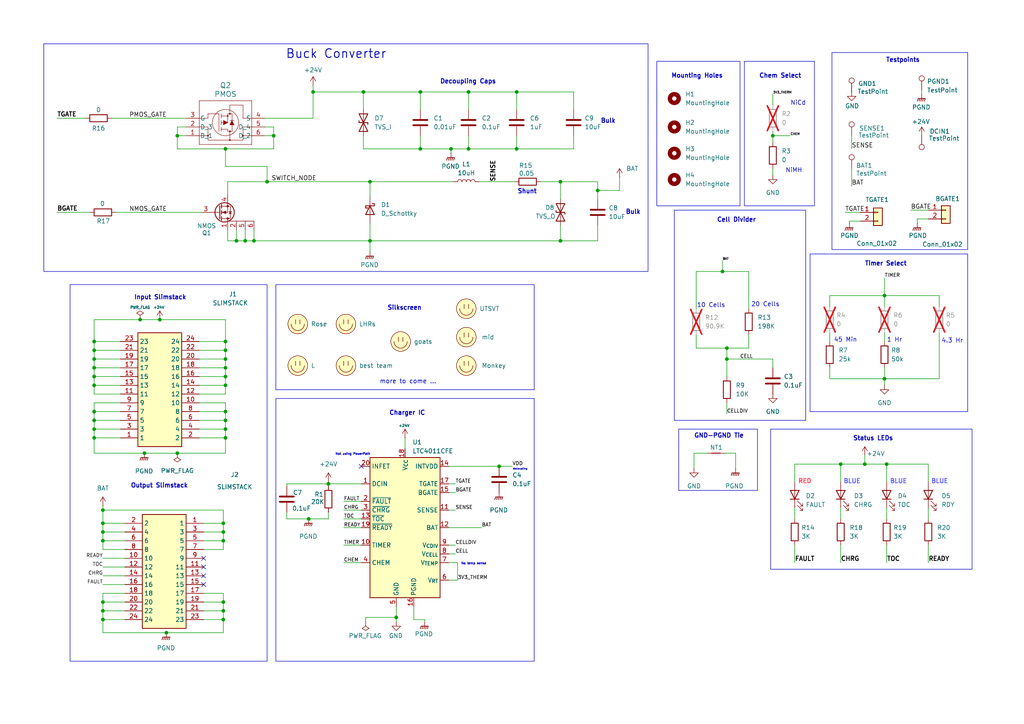
<source format=kicad_sch>
(kicad_sch (version 20250114) (generator "eeschema") (generator_version "9.0")
  (paper "A4")
  (rectangle (start 80.01 115.57) (end 154.94 191.77))
  (rectangle (start 215.9 17.78) (end 236.22 59.69))
  (rectangle (start 223.52 124.46) (end 281.94 165.1))
  (rectangle (start 195.58 60.96) (end 233.68 121.92))
  (rectangle (start 12.7 12.7) (end 187.96 78.74))
  (rectangle (start 20.32 82.55) (end 77.47 191.77))
  (rectangle (start 241.3 15.24) (end 280.67 72.39))
  (rectangle (start 190.5 17.78) (end 214.63 59.69))
  (rectangle (start 234.95 73.66) (end 280.67 119.38))
  (rectangle (start 196.85 124.46) (end 219.71 142.24))
  (rectangle (start 80.01 82.55) (end 154.94 113.03))
  (text "10 Cells" (at 206.248 88.646 0) (effects (font (size 1.27 1.27))))
  (text "Shunt\n" (at 152.908 55.626 0) (effects (font (size 1.27 1.27) (thickness 0.254) (bold yes))))
  (text "4.3 Hr" (at 276.225 98.933 0) (effects (font (size 1.27 1.27))))
  (text "decoupling" (at 150.876 136.144 0) (effects (font (size 0.508 0.508))))
  (text "BLUE" (at 247.142 139.7 0) (effects (font (size 1.27 1.27) (thickness 0.254) (bold yes))))
  (text "RED" (at 233.426 139.7 0) (effects (font (size 1.27 1.27) (thickness 0.254) (bold yes))))
  (text "Status LEDs" (at 253.238 127.254 0) (effects (font (size 1.27 1.27) (thickness 0.254) (bold yes))))
  (text "Not using PowerPath\n" (at 102.362 131.826 0) (effects (font (size 0.635 0.635))))
  (text "Silkscreen" (at 117.348 89.408 0) (effects (font (size 1.27 1.27) (thickness 0.254) (bold yes))))
  (text "BLUE" (at 272.542 139.7 0) (effects (font (size 1.27 1.27) (thickness 0.254) (bold yes))))
  (text "Testpoints" (at 261.874 17.526 0) (effects (font (size 1.27 1.27) (thickness 0.254) (bold yes))))
  (text "GND-PGND Tie" (at 208.534 126.492 0) (effects (font (size 1.27 1.27) (thickness 0.254) (bold yes))))
  (text "Mounting Holes\n" (at 202.184 22.098 0) (effects (font (size 1.27 1.27) (thickness 0.254) (bold yes))))
  (text "BLUE" (at 260.604 139.7 0) (effects (font (size 1.27 1.27) (thickness 0.254) (bold yes))))
  (text "Decoupling Caps" (at 135.763 23.749 0) (effects (font (size 1.27 1.27) (thickness 0.254) (bold yes))))
  (text "45 Min" (at 245.237 98.679 0) (effects (font (size 1.27 1.27))))
  (text "Timer Select\n" (at 256.921 76.581 0) (effects (font (size 1.27 1.27) (thickness 0.254) (bold yes))))
  (text "Output Slimstack" (at 46.228 140.97 0) (effects (font (size 1.27 1.27) (thickness 0.254) (bold yes))))
  (text "more to come ..." (at 118.364 110.744 0) (effects (font (size 1.27 1.27) (thickness 0.1588))))
  (text "20 Cells" (at 221.996 88.392 0) (effects (font (size 1.27 1.27))))
  (text "Charger IC" (at 118.11 119.888 0) (effects (font (size 1.27 1.27) (thickness 0.254) (bold yes))))
  (text "No temp sense" (at 137.414 163.576 0) (effects (font (size 0.635 0.635))))
  (text "Bulk" (at 176.403 35.179 0) (effects (font (size 1.27 1.27) (thickness 0.254) (bold yes))))
  (text "Cell Divider" (at 213.614 63.881 0) (effects (font (size 1.27 1.27) (thickness 0.254) (bold yes))))
  (text "NiMH" (at 230.251 49.53 0) (effects (font (size 1.27 1.27))))
  (text "Buck Converter	" (at 102.997 15.748 0) (effects (font (size 2.54 2.54) (thickness 0.254) (bold yes))))
  (text "NiCd" (at 231.521 29.972 0) (effects (font (size 1.27 1.27))))
  (text "Input Slimstack\n" (at 46.482 86.36 0) (effects (font (size 1.27 1.27) (thickness 0.254) (bold yes))))
  (text "Bulk" (at 183.642 61.595 0) (effects (font (size 1.27 1.27) (thickness 0.254) (bold yes))))
  (text "1 Hr\n" (at 259.461 98.679 0) (effects (font (size 1.27 1.27))))
  (text "Chem Select\n" (at 226.314 22.098 0) (effects (font (size 1.27 1.27) (thickness 0.254) (bold yes))))
  (junction (at 65.405 99.06))
  (junction (at 48.26 183.515))
  (junction (at 65.405 101.6))
  (junction (at 65.405 43.18))
  (junction (at 107.315 52.705))
  (junction (at 27.305 109.22))
  (junction (at 130.81 43.18))
  (junction (at 73.66 69.85))
  (junction (at 162.56 52.705))
  (junction (at 64.77 177.165))
  (junction (at 90.805 26.67))
  (junction (at 79.375 39.37))
  (junction (at 105.41 26.67))
  (junction (at 65.405 109.22))
  (junction (at 64.77 154.305))
  (junction (at 51.435 39.37))
  (junction (at 29.845 179.705))
  (junction (at 27.305 124.46))
  (junction (at 27.305 119.38))
  (junction (at 107.315 69.85))
  (junction (at 40.64 92.71))
  (junction (at 27.305 99.06))
  (junction (at 65.405 119.38))
  (junction (at 121.92 26.67))
  (junction (at 121.92 43.18))
  (junction (at 68.58 69.85))
  (junction (at 27.305 104.14))
  (junction (at 27.305 127))
  (junction (at 149.86 26.67))
  (junction (at 65.405 111.76))
  (junction (at 51.435 131.445))
  (junction (at 149.86 43.18))
  (junction (at 71.12 69.85))
  (junction (at 144.78 135.255))
  (junction (at 65.405 104.14))
  (junction (at 89.535 150.495))
  (junction (at 77.47 52.705))
  (junction (at 65.405 106.68))
  (junction (at 46.355 92.71))
  (junction (at 210.82 104.14))
  (junction (at 257.175 134.62))
  (junction (at 65.405 127))
  (junction (at 114.935 179.07))
  (junction (at 29.845 147.955))
  (junction (at 29.845 151.765))
  (junction (at 29.845 156.845))
  (junction (at 65.405 121.92))
  (junction (at 256.54 85.725))
  (junction (at 65.405 124.46))
  (junction (at 27.305 111.76))
  (junction (at 64.77 174.625))
  (junction (at 210.82 100.965))
  (junction (at 29.845 177.165))
  (junction (at 243.84 134.62))
  (junction (at 256.54 109.855))
  (junction (at 64.77 179.705))
  (junction (at 29.845 154.305))
  (junction (at 162.56 69.85))
  (junction (at 224.155 39.37))
  (junction (at 250.825 134.62))
  (junction (at 64.77 156.845))
  (junction (at 29.845 174.625))
  (junction (at 64.77 151.765))
  (junction (at 135.89 26.67))
  (junction (at 173.355 55.245))
  (junction (at 95.25 140.335))
  (junction (at 27.305 121.92))
  (junction (at 27.305 106.68))
  (junction (at 209.55 78.74))
  (junction (at 135.89 43.18))
  (junction (at 41.91 131.445))
  (junction (at 27.305 101.6))
  (no_connect (at 59.055 167.005))
  (no_connect (at 59.055 164.465))
  (no_connect (at 59.055 169.545))
  (no_connect (at 59.055 161.925))
  (no_connect (at 104.775 135.255))
  (wire (pts (xy 83.185 150.495) (xy 89.535 150.495)))
  (wire (pts (xy 27.305 111.76) (xy 34.925 111.76)))
  (wire (pts (xy 79.375 39.37) (xy 79.375 43.18)))
  (wire (pts (xy 107.315 69.85) (xy 107.315 73.025)))
  (wire (pts (xy 66.04 52.705) (xy 77.47 52.705)))
  (wire (pts (xy 59.055 156.845) (xy 64.77 156.845)))
  (wire (pts (xy 135.89 39.37) (xy 135.89 43.18)))
  (wire (pts (xy 57.785 127) (xy 65.405 127)))
  (wire (pts (xy 51.435 43.18) (xy 65.405 43.18)))
  (wire (pts (xy 107.315 69.85) (xy 162.56 69.85)))
  (wire (pts (xy 99.695 163.195) (xy 104.775 163.195)))
  (wire (pts (xy 217.17 78.74) (xy 209.55 78.74)))
  (wire (pts (xy 57.785 109.22) (xy 65.405 109.22)))
  (wire (pts (xy 27.305 114.3) (xy 34.925 114.3)))
  (wire (pts (xy 65.405 121.92) (xy 65.405 124.46)))
  (wire (pts (xy 64.77 156.845) (xy 64.77 159.385)))
  (wire (pts (xy 217.17 100.965) (xy 210.82 100.965)))
  (wire (pts (xy 130.81 43.18) (xy 135.89 43.18)))
  (wire (pts (xy 65.405 92.71) (xy 65.405 99.06)))
  (wire (pts (xy 57.785 119.38) (xy 65.405 119.38)))
  (wire (pts (xy 121.92 26.67) (xy 121.92 31.75)))
  (wire (pts (xy 83.185 140.97) (xy 83.185 140.335)))
  (wire (pts (xy 27.305 106.68) (xy 34.925 106.68)))
  (wire (pts (xy 130.175 140.335) (xy 132.08 140.335)))
  (wire (pts (xy 64.77 147.955) (xy 64.77 151.765)))
  (wire (pts (xy 106.045 179.07) (xy 114.935 179.07)))
  (wire (pts (xy 65.405 101.6) (xy 65.405 104.14)))
  (wire (pts (xy 135.89 26.67) (xy 135.89 31.75)))
  (wire (pts (xy 29.845 156.845) (xy 29.845 159.385)))
  (wire (pts (xy 90.805 24.765) (xy 90.805 26.67)))
  (wire (pts (xy 65.405 99.06) (xy 65.405 101.6)))
  (wire (pts (xy 201.295 135.89) (xy 201.295 131.445)))
  (wire (pts (xy 99.695 147.955) (xy 104.775 147.955)))
  (wire (pts (xy 162.56 69.85) (xy 173.355 69.85)))
  (wire (pts (xy 83.185 148.59) (xy 83.185 150.495)))
  (wire (pts (xy 90.805 26.67) (xy 90.805 34.29)))
  (wire (pts (xy 77.47 52.705) (xy 107.315 52.705)))
  (wire (pts (xy 27.305 127) (xy 27.305 124.46)))
  (wire (pts (xy 51.435 36.83) (xy 51.435 39.37)))
  (wire (pts (xy 65.405 116.84) (xy 65.405 119.38)))
  (wire (pts (xy 29.845 177.165) (xy 29.845 179.705)))
  (wire (pts (xy 166.37 39.37) (xy 166.37 43.18)))
  (wire (pts (xy 149.86 26.67) (xy 149.86 31.75)))
  (wire (pts (xy 272.415 109.855) (xy 256.54 109.855)))
  (wire (pts (xy 179.705 55.245) (xy 173.355 55.245)))
  (wire (pts (xy 41.91 131.445) (xy 27.305 131.445)))
  (wire (pts (xy 57.785 124.46) (xy 65.405 124.46)))
  (wire (pts (xy 105.41 43.18) (xy 121.92 43.18)))
  (wire (pts (xy 27.305 104.14) (xy 34.925 104.14)))
  (wire (pts (xy 57.785 104.14) (xy 65.405 104.14)))
  (wire (pts (xy 77.47 48.26) (xy 65.405 48.26)))
  (wire (pts (xy 243.84 134.62) (xy 250.825 134.62)))
  (wire (pts (xy 266.065 63.5) (xy 266.065 64.77)))
  (wire (pts (xy 256.54 85.725) (xy 240.665 85.725)))
  (wire (pts (xy 65.405 119.38) (xy 65.405 121.92)))
  (wire (pts (xy 135.89 43.18) (xy 149.86 43.18)))
  (wire (pts (xy 99.695 158.115) (xy 104.775 158.115)))
  (wire (pts (xy 40.64 92.71) (xy 27.305 92.71)))
  (wire (pts (xy 64.77 174.625) (xy 64.77 172.085)))
  (wire (pts (xy 257.175 147.32) (xy 257.175 150.495)))
  (wire (pts (xy 27.305 119.38) (xy 34.925 119.38)))
  (wire (pts (xy 130.81 44.45) (xy 130.81 43.18)))
  (wire (pts (xy 121.92 43.18) (xy 130.81 43.18)))
  (wire (pts (xy 48.26 183.515) (xy 64.77 183.515)))
  (wire (pts (xy 64.77 179.705) (xy 64.77 177.165)))
  (wire (pts (xy 217.17 78.74) (xy 217.17 89.535)))
  (wire (pts (xy 121.92 26.67) (xy 135.89 26.67)))
  (wire (pts (xy 149.86 26.67) (xy 166.37 26.67)))
  (wire (pts (xy 65.405 124.46) (xy 65.405 127)))
  (wire (pts (xy 173.355 65.405) (xy 173.355 69.85)))
  (wire (pts (xy 117.475 127) (xy 117.475 130.175)))
  (wire (pts (xy 210.82 104.14) (xy 224.155 104.14)))
  (wire (pts (xy 130.175 163.195) (xy 132.715 163.195)))
  (wire (pts (xy 27.305 116.84) (xy 34.925 116.84)))
  (wire (pts (xy 29.845 183.515) (xy 48.26 183.515)))
  (wire (pts (xy 65.405 111.76) (xy 65.405 114.3)))
  (wire (pts (xy 243.84 134.62) (xy 243.84 139.7)))
  (wire (pts (xy 27.305 101.6) (xy 27.305 104.14)))
  (wire (pts (xy 36.195 167.005) (xy 29.845 167.005)))
  (wire (pts (xy 264.16 60.96) (xy 269.24 60.96)))
  (wire (pts (xy 29.845 147.955) (xy 29.845 151.765)))
  (wire (pts (xy 230.505 158.115) (xy 230.505 163.195)))
  (wire (pts (xy 246.38 64.135) (xy 246.38 64.77)))
  (wire (pts (xy 114.935 179.07) (xy 114.935 180.34)))
  (wire (pts (xy 73.66 66.675) (xy 73.66 69.85)))
  (wire (pts (xy 27.305 109.22) (xy 34.925 109.22)))
  (wire (pts (xy 209.55 78.74) (xy 201.93 78.74)))
  (wire (pts (xy 27.305 131.445) (xy 27.305 127)))
  (wire (pts (xy 243.84 158.115) (xy 243.84 163.195)))
  (wire (pts (xy 27.305 119.38) (xy 27.305 116.84)))
  (wire (pts (xy 130.175 147.955) (xy 132.08 147.955)))
  (wire (pts (xy 29.845 172.085) (xy 29.845 174.625)))
  (wire (pts (xy 99.695 150.495) (xy 104.775 150.495)))
  (wire (pts (xy 173.355 52.705) (xy 162.56 52.705)))
  (wire (pts (xy 29.845 174.625) (xy 29.845 177.165)))
  (wire (pts (xy 224.155 38.1) (xy 224.155 39.37)))
  (wire (pts (xy 59.055 174.625) (xy 64.77 174.625)))
  (wire (pts (xy 149.86 43.18) (xy 166.37 43.18)))
  (wire (pts (xy 269.24 158.115) (xy 269.24 163.195)))
  (wire (pts (xy 105.41 26.67) (xy 105.41 31.75)))
  (wire (pts (xy 213.36 131.445) (xy 213.36 135.89)))
  (wire (pts (xy 29.845 174.625) (xy 36.195 174.625)))
  (wire (pts (xy 130.175 160.655) (xy 132.08 160.655)))
  (wire (pts (xy 114.935 175.895) (xy 114.935 179.07)))
  (wire (pts (xy 201.93 97.155) (xy 201.93 100.965)))
  (wire (pts (xy 68.58 69.85) (xy 71.12 69.85)))
  (wire (pts (xy 224.155 39.37) (xy 224.155 41.275)))
  (wire (pts (xy 210.185 131.445) (xy 213.36 131.445)))
  (wire (pts (xy 179.705 51.435) (xy 179.705 55.245)))
  (wire (pts (xy 65.405 127) (xy 65.405 131.445)))
  (wire (pts (xy 71.12 66.675) (xy 71.12 69.85)))
  (wire (pts (xy 256.54 106.68) (xy 256.54 109.855)))
  (wire (pts (xy 83.185 140.335) (xy 95.25 140.335)))
  (wire (pts (xy 95.25 139.7) (xy 95.25 140.335)))
  (wire (pts (xy 272.415 96.52) (xy 272.415 109.855)))
  (wire (pts (xy 240.665 109.855) (xy 256.54 109.855)))
  (wire (pts (xy 243.84 147.32) (xy 243.84 150.495)))
  (wire (pts (xy 40.64 92.71) (xy 46.355 92.71)))
  (wire (pts (xy 247.015 48.895) (xy 247.015 53.975)))
  (wire (pts (xy 201.295 131.445) (xy 205.105 131.445)))
  (wire (pts (xy 107.315 57.15) (xy 107.315 52.705)))
  (wire (pts (xy 65.405 48.26) (xy 65.405 43.18)))
  (wire (pts (xy 230.505 134.62) (xy 243.84 134.62)))
  (wire (pts (xy 59.055 151.765) (xy 64.77 151.765)))
  (wire (pts (xy 245.11 61.595) (xy 249.555 61.595)))
  (wire (pts (xy 209.55 75.565) (xy 209.55 78.74)))
  (wire (pts (xy 105.41 39.37) (xy 105.41 43.18)))
  (wire (pts (xy 33.655 61.595) (xy 58.42 61.595)))
  (wire (pts (xy 76.835 36.83) (xy 79.375 36.83)))
  (wire (pts (xy 64.77 159.385) (xy 59.055 159.385)))
  (wire (pts (xy 29.845 154.305) (xy 36.195 154.305)))
  (wire (pts (xy 272.415 85.725) (xy 256.54 85.725)))
  (wire (pts (xy 41.91 131.445) (xy 51.435 131.445)))
  (wire (pts (xy 250.825 132.08) (xy 250.825 134.62)))
  (wire (pts (xy 29.845 154.305) (xy 29.845 156.845)))
  (wire (pts (xy 36.195 172.085) (xy 29.845 172.085)))
  (wire (pts (xy 71.12 69.85) (xy 73.66 69.85)))
  (wire (pts (xy 64.77 183.515) (xy 64.77 179.705)))
  (wire (pts (xy 99.695 145.415) (xy 104.775 145.415)))
  (wire (pts (xy 130.175 168.275) (xy 132.715 168.275)))
  (wire (pts (xy 27.305 106.68) (xy 27.305 109.22)))
  (wire (pts (xy 269.24 134.62) (xy 269.24 139.7)))
  (wire (pts (xy 29.845 156.845) (xy 36.195 156.845)))
  (wire (pts (xy 76.835 39.37) (xy 79.375 39.37)))
  (wire (pts (xy 224.155 48.895) (xy 224.155 50.8)))
  (wire (pts (xy 120.015 179.705) (xy 120.015 175.895)))
  (wire (pts (xy 64.77 151.765) (xy 64.77 154.305)))
  (wire (pts (xy 51.435 36.83) (xy 53.975 36.83)))
  (wire (pts (xy 106.045 179.07) (xy 106.045 180.34)))
  (wire (pts (xy 64.77 177.165) (xy 64.77 174.625)))
  (wire (pts (xy 249.555 64.135) (xy 246.38 64.135)))
  (wire (pts (xy 27.305 109.22) (xy 27.305 111.76)))
  (wire (pts (xy 210.82 116.84) (xy 210.82 120.015)))
  (wire (pts (xy 269.24 63.5) (xy 266.065 63.5)))
  (wire (pts (xy 224.155 104.14) (xy 224.155 106.68)))
  (wire (pts (xy 121.92 39.37) (xy 121.92 43.18)))
  (wire (pts (xy 95.25 140.97) (xy 95.25 140.335)))
  (wire (pts (xy 250.825 134.62) (xy 257.175 134.62)))
  (wire (pts (xy 123.19 179.705) (xy 123.19 180.34)))
  (wire (pts (xy 99.695 153.035) (xy 104.775 153.035)))
  (wire (pts (xy 230.505 139.7) (xy 230.505 134.62)))
  (wire (pts (xy 149.86 43.18) (xy 149.86 39.37)))
  (wire (pts (xy 65.405 114.3) (xy 57.785 114.3)))
  (wire (pts (xy 51.435 131.445) (xy 65.405 131.445)))
  (wire (pts (xy 257.175 134.62) (xy 269.24 134.62)))
  (wire (pts (xy 16.51 61.595) (xy 26.035 61.595)))
  (wire (pts (xy 224.155 39.37) (xy 229.235 39.37)))
  (wire (pts (xy 57.785 99.06) (xy 65.405 99.06)))
  (wire (pts (xy 27.305 124.46) (xy 34.925 124.46)))
  (wire (pts (xy 123.19 179.705) (xy 120.015 179.705)))
  (wire (pts (xy 76.835 34.29) (xy 90.805 34.29)))
  (wire (pts (xy 247.015 39.37) (xy 247.015 43.18)))
  (wire (pts (xy 36.195 164.465) (xy 29.845 164.465)))
  (wire (pts (xy 27.305 99.06) (xy 34.925 99.06)))
  (wire (pts (xy 210.82 104.14) (xy 210.82 109.22)))
  (wire (pts (xy 57.785 121.92) (xy 65.405 121.92)))
  (wire (pts (xy 66.04 52.705) (xy 66.04 56.515)))
  (wire (pts (xy 57.785 101.6) (xy 65.405 101.6)))
  (wire (pts (xy 240.665 85.725) (xy 240.665 88.9)))
  (wire (pts (xy 256.54 85.725) (xy 256.54 88.9)))
  (wire (pts (xy 240.665 106.68) (xy 240.665 109.855)))
  (wire (pts (xy 224.155 27.305) (xy 224.155 30.48)))
  (wire (pts (xy 65.405 104.14) (xy 65.405 106.68)))
  (wire (pts (xy 256.54 109.855) (xy 256.54 111.76)))
  (wire (pts (xy 59.055 154.305) (xy 64.77 154.305)))
  (wire (pts (xy 257.175 158.115) (xy 257.175 163.195)))
  (wire (pts (xy 173.355 52.705) (xy 173.355 55.245)))
  (wire (pts (xy 144.78 135.255) (xy 148.59 135.255)))
  (wire (pts (xy 27.305 111.76) (xy 27.305 114.3)))
  (wire (pts (xy 107.315 52.705) (xy 131.445 52.705)))
  (wire (pts (xy 57.785 116.84) (xy 65.405 116.84)))
  (wire (pts (xy 51.435 39.37) (xy 53.975 39.37)))
  (wire (pts (xy 166.37 26.67) (xy 166.37 31.75)))
  (wire (pts (xy 29.845 146.685) (xy 29.845 147.955)))
  (wire (pts (xy 29.845 179.705) (xy 36.195 179.705)))
  (wire (pts (xy 59.055 179.705) (xy 64.77 179.705)))
  (wire (pts (xy 77.47 52.705) (xy 77.47 48.26)))
  (wire (pts (xy 64.77 154.305) (xy 64.77 156.845)))
  (wire (pts (xy 68.58 66.675) (xy 68.58 69.85)))
  (wire (pts (xy 269.24 147.32) (xy 269.24 150.495)))
  (wire (pts (xy 257.175 134.62) (xy 257.175 139.7)))
  (wire (pts (xy 201.93 78.74) (xy 201.93 89.535)))
  (wire (pts (xy 64.77 172.085) (xy 59.055 172.085)))
  (wire (pts (xy 29.845 147.955) (xy 64.77 147.955)))
  (wire (pts (xy 173.355 55.245) (xy 173.355 57.785)))
  (wire (pts (xy 132.715 163.195) (xy 132.715 168.275)))
  (wire (pts (xy 29.845 179.705) (xy 29.845 183.515)))
  (wire (pts (xy 89.535 150.495) (xy 95.25 150.495)))
  (wire (pts (xy 130.175 158.115) (xy 132.08 158.115)))
  (wire (pts (xy 130.175 153.035) (xy 139.7 153.035)))
  (wire (pts (xy 27.305 99.06) (xy 27.305 101.6)))
  (wire (pts (xy 27.305 121.92) (xy 34.925 121.92)))
  (wire (pts (xy 27.305 92.71) (xy 27.305 99.06)))
  (wire (pts (xy 267.335 26.035) (xy 267.335 27.305)))
  (wire (pts (xy 32.385 34.29) (xy 53.975 34.29)))
  (wire (pts (xy 27.305 101.6) (xy 34.925 101.6)))
  (wire (pts (xy 65.405 106.68) (xy 65.405 109.22)))
  (wire (pts (xy 217.17 97.155) (xy 217.17 100.965)))
  (wire (pts (xy 29.845 177.165) (xy 36.195 177.165)))
  (wire (pts (xy 162.56 65.405) (xy 162.56 69.85)))
  (wire (pts (xy 57.785 106.68) (xy 65.405 106.68)))
  (wire (pts (xy 201.93 100.965) (xy 210.82 100.965)))
  (wire (pts (xy 230.505 147.32) (xy 230.505 150.495)))
  (wire (pts (xy 130.175 142.875) (xy 132.08 142.875)))
  (wire (pts (xy 27.305 124.46) (xy 27.305 121.92)))
  (wire (pts (xy 27.305 127) (xy 34.925 127)))
  (wire (pts (xy 79.375 36.83) (xy 79.375 39.37)))
  (wire (pts (xy 256.54 96.52) (xy 256.54 99.06)))
  (wire (pts (xy 105.41 26.67) (xy 121.92 26.67)))
  (wire (pts (xy 65.405 43.18) (xy 79.375 43.18)))
  (wire (pts (xy 65.405 109.22) (xy 65.405 111.76)))
  (wire (pts (xy 256.54 80.645) (xy 256.54 85.725)))
  (wire (pts (xy 51.435 39.37) (xy 51.435 43.18)))
  (wire (pts (xy 95.25 140.335) (xy 104.775 140.335)))
  (wire (pts (xy 66.04 69.85) (xy 68.58 69.85)))
  (wire (pts (xy 90.805 26.67) (xy 105.41 26.67)))
  (wire (pts (xy 29.845 151.765) (xy 36.195 151.765)))
  (wire (pts (xy 73.66 69.85) (xy 107.315 69.85)))
  (wire (pts (xy 135.89 26.67) (xy 149.86 26.67)))
  (wire (pts (xy 46.355 92.71) (xy 65.405 92.71)))
  (wire (pts (xy 272.415 85.725) (xy 272.415 88.9)))
  (wire (pts (xy 36.195 161.925) (xy 29.845 161.925)))
  (wire (pts (xy 240.665 96.52) (xy 240.665 99.06)))
  (wire (pts (xy 27.305 121.92) (xy 27.305 119.38)))
  (wire (pts (xy 95.25 148.59) (xy 95.25 150.495)))
  (wire (pts (xy 29.845 151.765) (xy 29.845 154.305)))
  (wire (pts (xy 130.175 135.255) (xy 144.78 135.255)))
  (wire (pts (xy 16.51 34.29) (xy 24.765 34.29)))
  (wire (pts (xy 162.56 52.705) (xy 162.56 57.785)))
  (wire (pts (xy 59.055 177.165) (xy 64.77 177.165)))
  (wire (pts (xy 107.315 64.77) (xy 107.315 69.85)))
  (wire (pts (xy 27.305 104.14) (xy 27.305 106.68)))
  (wire (pts (xy 57.785 111.76) (xy 65.405 111.76)))
  (wire (pts (xy 29.845 159.385) (xy 36.195 159.385)))
  (wire (pts (xy 66.04 66.675) (xy 66.04 69.85)))
  (wire (pts (xy 162.56 52.705) (xy 156.845 52.705)))
  (wire (pts (xy 210.82 100.965) (xy 210.82 104.14)))
  (wire (pts (xy 139.065 52.705) (xy 149.225 52.705)))
  (wire (pts (xy 36.195 169.545) (xy 29.845 169.545)))
  (label "CHEM" (at 99.695 163.195 0) (effects (font (size 1.016 1.016))))
  (label "BAT" (at 139.7 153.035 0) (effects (font (size 1.016 1.016))))
  (label "SWITCH_NODE" (at 78.74 52.705 0))
  (label "TGATE" (at 245.11 61.595 0))
  (label "NMOS_GATE" (at 37.465 61.595 0))
  (label "CELLDIV" (at 132.08 158.115 0) (effects (font (size 1.016 1.016))))
  (label "TIMER" (at 256.54 80.645 0) (effects (font (size 1.016 1.016))))
  (label "READY" (at 269.24 163.195 0) (effects (font (thickness 0.254) (bold yes))))
  (label "VDD" (at 148.59 135.255 0) (effects (font (size 1.016 1.016))))
  (label "SENSE" (at 144.145 52.705 90) (effects (font (thickness 0.254) (bold yes))))
  (label "FAULT" (at 230.505 163.195 0) (effects (font (thickness 0.254) (bold yes))))
  (label "CELL" (at 214.63 104.14 0) (effects (font (size 1.016 1.016))))
  (label "TIMER" (at 99.695 158.115 0) (effects (font (size 1.016 1.016))))
  (label "CELLDIV" (at 210.82 120.015 0) (effects (font (size 1.016 1.016))))
  (label "TOC" (at 29.845 164.465 180) (effects (font (size 1.016 1.016) (thickness 0.127))))
  (label "BGATE" (at 132.08 142.875 0) (effects (font (size 1.016 1.016))))
  (label "FAULT" (at 99.695 145.415 0) (effects (font (size 1.016 1.016))))
  (label "CELL" (at 132.08 160.655 0) (effects (font (size 1.016 1.016))))
  (label "CHRG" (at 29.845 167.005 180) (effects (font (size 1.016 1.016) (thickness 0.127))))
  (label "BGATE" (at 264.16 60.96 0))
  (label "CHRG" (at 99.695 147.955 0) (effects (font (size 1.016 1.016))))
  (label "READY" (at 29.845 161.925 180) (effects (font (size 1.016 1.016) (thickness 0.127))))
  (label "TGATE" (at 132.08 140.335 0) (effects (font (size 1.016 1.016))))
  (label "CHEM" (at 229.235 39.37 0) (effects (font (size 0.635 0.635))))
  (label "READY" (at 99.695 153.035 0) (effects (font (size 1.016 1.016))))
  (label "BGATE" (at 16.51 61.595 0) (effects (font (thickness 0.254) (bold yes))))
  (label "3V3_THERM" (at 132.715 168.275 0) (effects (font (size 1.016 1.016))))
  (label "BAT" (at 247.015 53.975 0))
  (label "FAULT" (at 29.845 169.545 180) (effects (font (size 1.016 1.016) (thickness 0.127) (bold yes))))
  (label "BAT" (at 209.55 75.565 0) (effects (font (size 0.635 0.635))))
  (label "PMOS_GATE" (at 37.465 34.29 0))
  (label "TGATE" (at 16.51 34.29 0) (effects (font (thickness 0.254) (bold yes))))
  (label "TOC" (at 99.695 150.495 0) (effects (font (size 1.016 1.016))))
  (label "SENSE" (at 132.08 147.955 0) (effects (font (size 1.016 1.016))))
  (label "CHRG" (at 243.84 163.195 0) (effects (font (thickness 0.254) (bold yes))))
  (label "SENSE" (at 247.015 43.18 0))
  (label "TOC" (at 257.175 163.195 0) (effects (font (thickness 0.254) (bold yes))))
  (label "3V3_THERM" (at 224.155 27.305 0) (effects (font (size 0.635 0.635))))
  (symbol (lib_id "Device:C") (at 83.185 144.78 0) (unit 1)
    (property "Reference" "C7" (at 84.963 142.875 0) (effects (justify left)))
    (property "Value" "0.1uF" (at 84.709 147.447 0) (effects (justify left)))
    (property "Footprint" "Capacitor_SMD:C_0603_1608Metric" (effects (hide yes)))
    (property "Description" "Unpolarized capacitor" (effects (hide yes)))
  )
  (symbol (lib_id "Device:R") (at 256.54 102.87 0) (unit 1)
    (property "Reference" "R8" (at 258.445 101.5999 0) (effects (justify left)))
    (property "Value" "50k" (at 258.445 104.1399 0) (effects (justify left)))
    (property "Footprint" "Resistor_SMD:R_0603_1608Metric" (effects (hide yes)))
    (property "Datasheet" "https://www.vishay.com/docs/60057/pnm.pdf" (effects (hide yes)))
    (property "Description" "Resistor" (effects (hide yes)))
  )
  (symbol (lib_id "power:GNDPWR") (at 123.19 180.34 0) (unit 1)
    (property "Reference" "#PWR011" (effects (hide yes)))
    (property "Value" "PGND" (at 122.936 183.896 0))
    (property "Description" "Power symbol creates a global label with name \"GNDPWR\" , global ground" (effects (hide yes)))
  )
  (symbol (lib_id "Device:R") (at 240.665 92.71 0) (unit 1) (dnp yes)
    (property "Reference" "R4" (at 242.57 91.4399 0) (effects (justify left)))
    (property "Value" "0" (at 242.57 93.9799 0) (effects (justify left)))
    (property "Footprint" "Resistor_SMD:R_0603_1608Metric" (effects (hide yes)))
    (property "Description" "Resistor" (effects (hide yes)))
  )
  (symbol (lib_id "power:GNDPWR") (at 267.335 27.305 0) (unit 1)
    (property "Reference" "#PWR013" (effects (hide yes)))
    (property "Value" "PGND" (at 267.208 31.115 0))
    (property "Description" "Power symbol creates a global label with name \"GNDPWR\" , global ground" (effects (hide yes)))
  )
  (symbol (lib_id "power:GNDPWR") (at 41.91 131.445 0) (unit 1)
    (property "Reference" "#PWR019" (effects (hide yes)))
    (property "Value" "PGND" (at 41.783 136.652 0))
    (property "Description" "Power symbol creates a global label with name \"GNDPWR\" , global ground" (effects (hide yes)))
  )
  (symbol (lib_id "utsvt_misc:Logo_Placeholder") (at 100.33 106.045 0) (unit 1)
    (property "Reference" "LOGO7" (effects (hide yes)))
    (property "Value" "best team" (at 104.14 106.0449 0) (effects (justify left)))
    (property "Footprint" "CustomLib:sunderland" (effects (hide yes)))
    (property "Description" "Graph footprint placeholder" (effects (hide yes)))
  )
  (symbol (lib_id "Mechanical:MountingHole") (at 195.58 44.45 0) (unit 1) (in_bom no)
    (property "Reference" "H3" (at 198.755 43.1799 0) (effects (justify left)))
    (property "Value" "MountingHole" (at 198.755 45.7199 0) (effects (justify left)))
    (property "Footprint" "MountingHole:MountingHole_3.2mm_M3" (effects (hide yes)))
    (property "Description" "Mounting Hole without connection" (effects (hide yes)))
  )
  (symbol (lib_id "Mechanical:MountingHole") (at 195.58 36.83 0) (unit 1) (in_bom no)
    (property "Reference" "H2" (at 198.755 35.5599 0) (effects (justify left)))
    (property "Value" "MountingHole" (at 198.755 38.0999 0) (effects (justify left)))
    (property "Footprint" "MountingHole:MountingHole_3.2mm_M3" (effects (hide yes)))
    (property "Description" "Mounting Hole without connection" (effects (hide yes)))
  )
  (symbol (lib_id "Device:LED") (at 257.175 143.51 90) (unit 1)
    (property "Reference" "D4" (at 260.35 143.8274 90) (effects (justify right)))
    (property "Value" "TOC" (at 260.35 146.3674 90) (effects (justify right)))
    (property "Footprint" "LED_SMD:LED_0603_1608Metric" (effects (hide yes)))
    (property "Description" "Light emitting diode" (effects (hide yes)))
    (property "Sim.Pins" "1=K 2=A" (effects (hide yes)))
  )
  (symbol (lib_id "Connector_Generic:Conn_01x02") (at 274.32 60.96 0) (unit 1)
    (property "Reference" "BGATE1" (at 271.272 57.658 0) (effects (justify left)))
    (property "Value" "Conn_01x02" (at 267.462 70.866 0) (effects (justify left)))
    (property "Footprint" "Connector_PinHeader_2.54mm:PinHeader_1x02_P2.54mm_Vertical" (effects (hide yes)))
    (property "Description" "Generic connector, single row, 01x02, script generated (kicad-library-utils/schlib/autogen/connector/)" (effects (hide yes)))
  )
  (symbol (lib_id "Device:C") (at 135.89 35.56 0) (unit 1)
    (property "Reference" "C2" (at 139.7 34.2899 0) (effects (justify left)))
    (property "Value" "0.1uF" (at 139.7 36.8299 0) (effects (justify left)))
    (property "Footprint" "Capacitor_SMD:C_0603_1608Metric" (effects (hide yes)))
    (property "Description" "Unpolarized capacitor" (effects (hide yes)))
  )
  (symbol (lib_id "power:GNDPWR") (at 213.36 135.89 0) (unit 1)
    (property "Reference" "#PWR023" (effects (hide yes)))
    (property "Value" "PGND" (at 212.979 140.97 0))
    (property "Description" "Power symbol creates a global label with name \"GNDPWR\" , global ground" (effects (hide yes)))
  )
  (symbol (lib_id "power:GND") (at 224.155 50.8 0) (unit 1)
    (property "Reference" "#PWR014" (effects (hide yes)))
    (property "Value" "GND" (at 224.155 55.88 0))
    (property "Description" "Power symbol creates a global label with name \"GND\" , ground" (effects (hide yes)))
  )
  (symbol (lib_id "Connector_Generic:Conn_01x02") (at 254.635 61.595 0) (unit 1)
    (property "Reference" "TGATE1" (at 250.952 57.912 0) (effects (justify left)))
    (property "Value" "Conn_01x02" (at 248.412 70.612 0) (effects (justify left)))
    (property "Footprint" "Connector_PinHeader_2.54mm:PinHeader_1x02_P2.54mm_Vertical" (effects (hide yes)))
    (property "Description" "Generic connector, single row, 01x02, script generated (kicad-library-utils/schlib/autogen/connector/)" (effects (hide yes)))
  )
  (symbol (lib_id "power:GNDPWR") (at 144.78 142.875 0) (unit 1)
    (property "Reference" "#PWR017" (effects (hide yes)))
    (property "Value" "PGND" (at 144.653 147.955 0))
    (property "Description" "Power symbol creates a global label with name \"GNDPWR\" , global ground" (effects (hide yes)))
  )
  (symbol (lib_id "utsvt_connectors:52465-2470") (at 34.925 99.06 0) (unit 1)
    (property "Reference" "J1" (at 67.564 85.344 0))
    (property "Value" "SLIMSTACK" (at 66.802 87.884 0))
    (property "Footprint" "UTSVT_Connectors:524652470" (effects (hide yes)))
    (property "Datasheet" "https://www.molex.com/pdm_docs/sd/524652470_sd.pdf" (effects (hide yes)))
    (property "Description" "24 pin board-board connector" (effects (hide yes)))
    (property "Height" "3.55" (effects (hide yes)))
    (property "Mouser Part Number" "538-52465-2470" (effects (hide yes)))
    (property "Mouser Price/Stock" "https://www.mouser.co.uk/ProductDetail/Molex/52465-2470?qs=sEN%2FkO1EG6Yhu4DkZwbE7Q%3D%3D" (effects (hide yes)))
    (property "Manufacturer_Name" "Molex" (effects (hide yes)))
    (property "P/N" "52465-2470" (effects (hide yes)))
  )
  (symbol (lib_id "Device:C") (at 149.86 35.56 0) (unit 1)
    (property "Reference" "C6" (at 153.67 34.2899 0) (effects (justify left)))
    (property "Value" "1uF" (at 153.67 36.8299 0) (effects (justify left)))
    (property "Footprint" "Capacitor_SMD:C_0603_1608Metric" (effects (hide yes)))
    (property "Description" "Unpolarized capacitor" (effects (hide yes)))
  )
  (symbol (lib_id "Device:R") (at 269.24 154.305 0) (unit 1)
    (property "Reference" "R20" (at 271.78 153.0349 0) (effects (justify left)))
    (property "Value" "3K" (at 271.78 155.5749 0) (effects (justify left)))
    (property "Footprint" "Resistor_SMD:R_0603_1608Metric" (effects (hide yes)))
    (property "Description" "Resistor" (effects (hide yes)))
  )
  (symbol (lib_id "Device:R") (at 243.84 154.305 0) (unit 1)
    (property "Reference" "R18" (at 246.38 153.0349 0) (effects (justify left)))
    (property "Value" "3K" (at 246.38 155.5749 0) (effects (justify left)))
    (property "Footprint" "Resistor_SMD:R_0603_1608Metric" (effects (hide yes)))
    (property "Description" "Resistor" (effects (hide yes)))
  )
  (symbol (lib_id "Device:R") (at 256.54 92.71 0) (unit 1) (dnp yes)
    (property "Reference" "R6" (at 259.08 91.4399 0) (effects (justify left)))
    (property "Value" "0" (at 259.08 93.9799 0) (effects (justify left)))
    (property "Footprint" "Resistor_SMD:R_0603_1608Metric" (effects (hide yes)))
    (property "Description" "Resistor" (effects (hide yes)))
  )
  (symbol (lib_id "Device:C") (at 121.92 35.56 0) (unit 1)
    (property "Reference" "C1" (at 125.73 34.2899 0) (effects (justify left)))
    (property "Value" "0.01uF" (at 125.73 36.8299 0) (effects (justify left)))
    (property "Footprint" "Capacitor_SMD:C_0603_1608Metric" (effects (hide yes)))
    (property "Description" "Unpolarized capacitor" (effects (hide yes)))
  )
  (symbol (lib_id "power:+24V") (at 95.25 139.7 0) (unit 1)
    (property "Reference" "#PWR06" (effects (hide yes)))
    (property "Value" "+24V" (at 95.25 134.62 0))
    (property "Description" "Power symbol creates a global label with name \"+24V\"" (effects (hide yes)))
  )
  (symbol (lib_id "power:GNDPWR") (at 48.26 183.515 0) (unit 1)
    (property "Reference" "#PWR05" (effects (hide yes)))
    (property "Value" "PGND" (at 48.133 187.96 0))
    (property "Description" "Power symbol creates a global label with name \"GNDPWR\" , global ground" (effects (hide yes)))
  )
  (symbol (lib_id "utsvt_misc:Logo_Placeholder") (at 86.36 93.98 0) (unit 1)
    (property "Reference" "LOGO5" (effects (hide yes)))
    (property "Value" "Rose" (at 90.17 93.9799 0) (effects (justify left)))
    (property "Footprint" "CustomLib:rose" (effects (hide yes)))
    (property "Description" "Graph footprint placeholder" (effects (hide yes)))
  )
  (symbol (lib_id "power:+24V") (at 117.475 127 0) (unit 1)
    (property "Reference" "#PWR08" (effects (hide yes)))
    (property "Value" "+24V" (at 117.221 123.444 0) (effects (font (size 0.762 0.762))))
    (property "Description" "Power symbol creates a global label with name \"+24V\"" (effects (hide yes)))
  )
  (symbol (lib_id "power:GNDPWR") (at 266.065 64.77 0) (unit 1)
    (property "Reference" "#PWR026" (effects (hide yes)))
    (property "Value" "PGND" (at 266.192 68.326 0))
    (property "Description" "Power symbol creates a global label with name \"GNDPWR\" , global ground" (effects (hide yes)))
  )
  (symbol (lib_id "power:PWR_FLAG") (at 40.64 92.71 0) (unit 1)
    (property "Reference" "#FLG01" (effects (hide yes)))
    (property "Value" "PWR_FLAG" (at 40.64 89.154 0) (effects (font (size 0.762 0.762))))
    (property "Description" "Special symbol for telling ERC where power comes from" (effects (hide yes)))
  )
  (symbol (lib_id "Device:R") (at 224.155 34.29 0) (unit 1) (dnp yes)
    (property "Reference" "R2" (at 226.695 33.0199 0) (effects (justify left)))
    (property "Value" "0" (at 226.695 35.5599 0) (effects (justify left)))
    (property "Footprint" "Resistor_SMD:R_0603_1608Metric" (effects (hide yes)))
    (property "Description" "Resistor" (effects (hide yes)))
  )
  (symbol (lib_id "utsvt_misc:Logo_Placeholder") (at 86.36 106.045 0) (unit 1)
    (property "Reference" "LOGO6" (effects (hide yes)))
    (property "Value" "L" (at 90.17 106.0449 0) (effects (justify left)))
    (property "Footprint" "CustomLib:L" (effects (hide yes)))
    (property "Description" "Graph footprint placeholder" (effects (hide yes)))
  )
  (symbol (lib_id "power:GNDPWR") (at 246.38 64.77 0) (unit 1)
    (property "Reference" "#PWR025" (effects (hide yes)))
    (property "Value" "PGND" (at 246.38 68.326 0))
    (property "Description" "Power symbol creates a global label with name \"GNDPWR\" , global ground" (effects (hide yes)))
  )
  (symbol (lib_id "power:GND") (at 256.54 111.76 0) (unit 1)
    (property "Reference" "#PWR02" (effects (hide yes)))
    (property "Value" "GND" (at 256.54 116.84 0))
    (property "Description" "Power symbol creates a global label with name \"GND\" , ground" (effects (hide yes)))
  )
  (symbol (lib_id "Mechanical:MountingHole") (at 195.58 28.575 0) (unit 1) (in_bom no)
    (property "Reference" "H1" (at 198.755 27.3049 0) (effects (justify left)))
    (property "Value" "MountingHole" (at 198.755 29.8449 0) (effects (justify left)))
    (property "Footprint" "MountingHole:MountingHole_3.2mm_M3" (effects (hide yes)))
    (property "Description" "Mounting Hole without connection" (effects (hide yes)))
  )
  (symbol (lib_id "power:GND") (at 201.295 135.89 0) (unit 1)
    (property "Reference" "#PWR021" (effects (hide yes)))
    (property "Value" "GND" (at 201.295 140.97 0))
    (property "Description" "Power symbol creates a global label with name \"GND\" , ground" (effects (hide yes)))
  )
  (symbol (lib_id "Device:C") (at 166.37 35.56 0) (unit 1)
    (property "Reference" "C9" (at 169.545 34.2899 0) (effects (justify left)))
    (property "Value" "10uF" (at 169.545 36.8299 0) (effects (justify left)))
    (property "Footprint" "Capacitor_SMD:C_0805_2012Metric" (effects (hide yes)))
    (property "Description" "Unpolarized capacitor" (effects (hide yes)))
  )
  (symbol (lib_id "power:GNDPWR") (at 130.81 44.45 0) (unit 1)
    (property "Reference" "#PWR018" (effects (hide yes)))
    (property "Value" "PGND" (at 130.683 48.26 0))
    (property "Description" "Power symbol creates a global label with name \"GNDPWR\" , global ground" (effects (hide yes)))
  )
  (symbol (lib_id "utsvt_misc:Logo_Placeholder") (at 135.255 97.79 0) (unit 1)
    (property "Reference" "LOGO9" (effects (hide yes)))
    (property "Value" "mid" (at 139.7 97.7899 0) (effects (justify left)))
    (property "Footprint" "CustomLib:mid" (effects (hide yes)))
    (property "Description" "Graph footprint placeholder" (effects (hide yes)))
  )
  (symbol (lib_id "Connector:TestPoint") (at 267.335 39.37 0) (mirror x) (unit 1)
    (property "Reference" "DCIN1" (at 269.621 38.1 0) (effects (justify left)))
    (property "Value" "TestPoint" (at 269.367 40.132 0) (effects (justify left)))
    (property "Footprint" "Connector_PinHeader_2.54mm:PinHeader_1x01_P2.54mm_Vertical" (effects (hide yes)))
    (property "Description" "test point" (effects (hide yes)))
  )
  (symbol (lib_id "Battery_Management:LTC4011CFE") (at 117.475 153.035 0) (unit 1)
    (property "Reference" "U1" (at 119.6183 128.27 0) (effects (justify left)))
    (property "Value" "LTC4011CFE" (at 119.6183 130.81 0) (effects (justify left)))
    (property "Footprint" "Package_SO:HTSSOP-20-1EP_4.4x6.5mm_P0.65mm_EP2.74x3.86mm" (effects (hide yes)))
    (property "Datasheet" "https://www.analog.com/media/en/technical-documentation/data-sheets/4011fb.pdf" (effects (hide yes)))
    (property "Description" "High efficiency standalone NiMH battery charger, HTSSOP-20" (effects (hide yes)))
  )
  (symbol (lib_id "NMOS_Buck:SI3456DDV-T1-GE3") (at 63.5 61.595 0) (mirror x) (unit 1)
    (property "Reference" "Q1" (at 59.944 67.564 0))
    (property "Value" "NMOS" (at 59.944 65.532 0))
    (property "Footprint" "CustomLib:TSOP6_MO-193C_VIS" (effects (hide yes)))
    (property "Datasheet" "https://www.vishay.com/docs/69075/si3456ddv.pdf" (effects (hide yes)))
    (property "Description" "NMOS_Buck" (effects (hide yes)))
    (property "Height" "1.1" (effects (hide yes)))
    (property "Mouser Part Number" "Si3456DDV" (effects (hide yes)))
    (property "Mouser Price/Stock" "https://www.mouser.co.uk/ProductDetail/Vishay-Semiconductors/SI3456DDV-T1-GE3?qs=45wPT2wjtGnb9kiHYIgysA%3D%3D" (effects (hide yes)))
    (property "Manufacturer_Name" "Vishay" (effects (hide yes)))
    (property "Manufacturer_Part_Number" "SI3456DDV-T1-GE3" (effects (hide yes)))
  )
  (symbol (lib_id "Device:R") (at 257.175 154.305 0) (unit 1)
    (property "Reference" "R19" (at 259.08 153.0349 0) (effects (justify left)))
    (property "Value" "3K" (at 259.08 155.5749 0) (effects (justify left)))
    (property "Footprint" "Resistor_SMD:R_0603_1608Metric" (effects (hide yes)))
    (property "Description" "Resistor" (effects (hide yes)))
  )
  (symbol (lib_id "Mechanical:MountingHole") (at 195.58 52.07 0) (unit 1) (in_bom no)
    (property "Reference" "H4" (at 198.755 50.7999 0) (effects (justify left)))
    (property "Value" "MountingHole" (at 198.755 53.3399 0) (effects (justify left)))
    (property "Footprint" "MountingHole:MountingHole_3.2mm_M3" (effects (hide yes)))
    (property "Description" "Mounting Hole without connection" (effects (hide yes)))
  )
  (symbol (lib_id "Device:R") (at 224.155 45.085 0) (unit 1)
    (property "Reference" "R3" (at 226.695 43.8149 0) (effects (justify left)))
    (property "Value" "0" (at 226.695 46.3549 0) (effects (justify left)))
    (property "Footprint" "Resistor_SMD:R_0603_1608Metric" (effects (hide yes)))
    (property "Description" "Resistor" (effects (hide yes)))
  )
  (symbol (lib_id "utsvt_connectors:52465-2470") (at 59.055 179.705 180) (unit 1)
    (property "Reference" "J2" (at 68.072 137.668 0))
    (property "Value" "SLIMSTACK" (at 68.072 141.224 0))
    (property "Footprint" "UTSVT_Connectors:524652470" (effects (hide yes)))
    (property "Datasheet" "https://www.molex.com/pdm_docs/sd/524652470_sd.pdf" (effects (hide yes)))
    (property "Description" "24 pin board-board connector" (effects (hide yes)))
    (property "Height" "3.55" (effects (hide yes)))
    (property "Mouser Part Number" "538-52465-2470" (effects (hide yes)))
    (property "Mouser Price/Stock" "https://www.mouser.co.uk/ProductDetail/Molex/52465-2470?qs=sEN%2FkO1EG6Yhu4DkZwbE7Q%3D%3D" (effects (hide yes)))
    (property "Manufacturer_Name" "Molex" (effects (hide yes)))
    (property "P/N" "52465-2470" (effects (hide yes)))
  )
  (symbol (lib_id "Connector:TestPoint") (at 267.335 26.035 0) (unit 1)
    (property "Reference" "PGND1" (at 268.859 23.622 0) (effects (justify left)))
    (property "Value" "TestPoint" (at 268.859 26.162 0) (effects (justify left)))
    (property "Footprint" "Connector_PinHeader_2.54mm:PinHeader_1x01_P2.54mm_Vertical" (effects (hide yes)))
    (property "Description" "test point" (effects (hide yes)))
  )
  (symbol (lib_id "Device:L") (at 135.255 52.705 90) (unit 1)
    (property "Reference" "L1" (at 135.255 47.625 90))
    (property "Value" "10uH" (at 135.255 50.165 90))
    (property "Footprint" "CustomLib:WE-LHMI_7050" (effects (hide yes)))
    (property "Description" "Inductor" (effects (hide yes)))
  )
  (symbol (lib_id "power:PWR_FLAG") (at 51.435 131.445 180) (unit 1)
    (property "Reference" "#FLG03" (effects (hide yes)))
    (property "Value" "PWR_FLAG" (at 51.435 136.525 0))
    (property "Description" "Special symbol for telling ERC where power comes from" (effects (hide yes)))
  )
  (symbol (lib_id "utsvt_misc:Logo_Placeholder") (at 135.255 89.535 0) (unit 1)
    (property "Reference" "LOGO2" (effects (hide yes)))
    (property "Value" "UTSVT" (at 139.065 89.5349 0) (effects (justify left)))
    (property "Footprint" "UTSVT_Logos:UTSVT_Logo_Symbol" (effects (hide yes)))
    (property "Description" "Graph footprint placeholder" (effects (hide yes)))
  )
  (symbol (lib_id "Device:R") (at 230.505 154.305 0) (unit 1)
    (property "Reference" "R14" (at 232.41 153.0349 0) (effects (justify left)))
    (property "Value" "3K" (at 232.41 155.5749 0) (effects (justify left)))
    (property "Footprint" "Resistor_SMD:R_0603_1608Metric" (effects (hide yes)))
    (property "Datasheet" "https://www.mouser.com/datasheet/3/508/1/PYu-AC_51_RoHS_L_11.pdf" (effects (hide yes)))
    (property "Description" "Resistor" (effects (hide yes)))
  )
  (symbol (lib_id "power:+24V") (at 90.805 24.765 0) (unit 1)
    (property "Reference" "#PWR04" (effects (hide yes)))
    (property "Value" "+24V" (at 90.805 20.32 0))
    (property "Description" "Power symbol creates a global label with name \"+24V\"" (effects (hide yes)))
  )
  (symbol (lib_id "Device:R") (at 153.035 52.705 90) (unit 1)
    (property "Reference" "R15" (at 154.432 48.006 90) (effects (justify left)))
    (property "Value" "0.05" (at 154.94 50.292 90) (effects (justify left)))
    (property "Footprint" "Resistor_SMD:R_0603_1608Metric" (effects (hide yes)))
    (property "Datasheet" "https://www.vishay.com/docs/30122/wslp.pdf" (effects (hide yes)))
    (property "Description" "Resistor" (effects (hide yes)))
  )
  (symbol (lib_id "power:+BATT") (at 179.705 51.435 0) (unit 1)
    (property "Reference" "#PWR022" (effects (hide yes)))
    (property "Value" "BAT" (at 183.388 48.895 0))
    (property "Description" "Power symbol creates a global label with name \"+BATT\"" (effects (hide yes)))
  )
  (symbol (lib_id "Device:D_TVS") (at 105.41 35.56 90) (unit 1)
    (property "Reference" "D7" (at 108.585 34.2899 90) (effects (justify right)))
    (property "Value" "TVS_I" (at 108.585 36.8299 90) (effects (justify right)))
    (property "Footprint" "Diode_SMD:D_SMB" (effects (hide yes)))
    (property "Description" "Bidirectional transient-voltage-suppression diode" (effects (hide yes)))
  )
  (symbol (lib_id "Device:D_TVS") (at 162.56 61.595 90) (unit 1)
    (property "Reference" "D8" (at 158.115 60.198 90) (effects (justify right)))
    (property "Value" "TVS_O" (at 155.321 62.738 90) (effects (justify right)))
    (property "Footprint" "Diode_SMD:D_SMB" (effects (hide yes)))
    (property "Description" "Bidirectional transient-voltage-suppression diode" (effects (hide yes)))
  )
  (symbol (lib_id "Device:C") (at 173.355 61.595 0) (unit 1)
    (property "Reference" "C8" (at 176.53 60.3249 0) (effects (justify left)))
    (property "Value" "10uF" (at 176.53 62.8649 0) (effects (justify left)))
    (property "Footprint" "Capacitor_SMD:C_0805_2012Metric" (effects (hide yes)))
    (property "Description" "Unpolarized capacitor" (effects (hide yes)))
  )
  (symbol (lib_id "Device:R") (at 201.93 93.345 0) (unit 1) (dnp yes)
    (property "Reference" "R12" (at 204.47 92.0749 0) (effects (justify left)))
    (property "Value" "90.9K" (at 204.47 94.6149 0) (effects (justify left)))
    (property "Footprint" "Resistor_SMD:R_0603_1608Metric_Pad0.98x0.95mm_HandSolder" (effects (hide yes)))
    (property "Datasheet" "https://industrial.panasonic.com/cdbs/www-data/pdf/RDM0000/AOA0000C307.pdf" (effects (hide yes)))
    (property "Description" "Resistor" (effects (hide yes)))
  )
  (symbol (lib_id "power:GND") (at 247.015 26.67 0) (unit 1)
    (property "Reference" "#PWR015" (effects (hide yes)))
    (property "Value" "GND" (at 247.142 30.734 0))
    (property "Description" "Power symbol creates a global label with name \"GND\" , ground" (effects (hide yes)))
  )
  (symbol (lib_id "Device:R") (at 272.415 92.71 0) (unit 1) (dnp yes)
    (property "Reference" "R5" (at 274.32 91.4399 0) (effects (justify left)))
    (property "Value" "0" (at 274.32 93.9799 0) (effects (justify left)))
    (property "Footprint" "Resistor_SMD:R_0603_1608Metric" (effects (hide yes)))
    (property "Description" "Resistor" (effects (hide yes)))
  )
  (symbol (lib_id "Device:LED") (at 269.24 143.51 90) (unit 1)
    (property "Reference" "D5" (at 273.05 143.8274 90) (effects (justify right)))
    (property "Value" "RDY" (at 273.05 146.3674 90) (effects (justify right)))
    (property "Footprint" "LED_SMD:LED_0603_1608Metric" (effects (hide yes)))
    (property "Description" "Light emitting diode" (effects (hide yes)))
    (property "Sim.Pins" "1=K 2=A" (effects (hide yes)))
  )
  (symbol (lib_id "Device:NetTie_2") (at 207.645 131.445 0) (unit 1) (in_bom no)
    (property "Reference" "NT1" (at 207.772 129.794 0))
    (property "Value" "NetTie_2" (effects (hide yes)))
    (property "Footprint" "NetTie:NetTie-2_SMD_Pad0.5mm" (effects (hide yes)))
    (property "Description" "Net tie, 2 pins" (effects (hide yes)))
  )
  (symbol (lib_id "utsvt_misc:Logo_Placeholder") (at 100.33 93.98 0) (unit 1)
    (property "Reference" "LOGO1" (effects (hide yes)))
    (property "Value" "LHRs" (at 104.14 93.9799 0) (effects (justify left)))
    (property "Footprint" "UTSVT_Logos:LHRs_LOGO" (effects (hide yes)))
    (property "Description" "Graph footprint placeholder" (effects (hide yes)))
  )
  (symbol (lib_id "PMOS_Buck:FDC658AP") (at 50.165 39.37 0) (mirror x) (unit 1)
    (property "Reference" "Q2" (at 65.405 24.765 0) (effects (font (size 1.524 1.524))))
    (property "Value" "PMOS" (at 65.405 27.305 0) (effects (font (size 1.524 1.524))))
    (property "Footprint" "CustomLib:TSOT23-6-419BL_OSI" (effects (hide yes)))
    (property "Datasheet" "https://www.onsemi.com/pdf/datasheet/fdc658ap-d.pdf" (effects (hide yes)))
  )
  (symbol (lib_id "Connector:TestPoint") (at 247.015 26.67 0) (unit 1)
    (property "Reference" "GND1" (at 248.92 24.257 0) (effects (justify left)))
    (property "Value" "TestPoint" (at 248.666 26.543 0) (effects (justify left)))
    (property "Footprint" "Connector_PinHeader_2.54mm:PinHeader_1x01_P2.54mm_Vertical" (effects (hide yes)))
    (property "Description" "test point" (effects (hide yes)))
  )
  (symbol (lib_id "power:PWR_FLAG") (at 106.045 180.34 180) (unit 1)
    (property "Reference" "#FLG02" (effects (hide yes)))
    (property "Value" "PWR_FLAG" (at 105.918 184.404 0))
    (property "Description" "Special symbol for telling ERC where power comes from" (effects (hide yes)))
  )
  (symbol (lib_id "power:+BATT") (at 29.845 146.685 0) (unit 1)
    (property "Reference" "#PWR020" (effects (hide yes)))
    (property "Value" "BAT" (at 29.845 141.605 0))
    (property "Description" "Power symbol creates a global label with name \"+BATT\"" (effects (hide yes)))
  )
  (symbol (lib_id "power:GNDPWR") (at 89.535 150.495 0) (unit 1)
    (property "Reference" "#PWR012" (effects (hide yes)))
    (property "Value" "PGND" (at 89.408 155.575 0))
    (property "Description" "Power symbol creates a global label with name \"GNDPWR\" , global ground" (effects (hide yes)))
  )
  (symbol (lib_id "Connector:TestPoint") (at 247.015 48.895 0) (unit 1)
    (property "Reference" "BAT1" (at 248.285 48.006 0) (effects (justify left)))
    (property "Value" "TestPoint" (at 248.285 50.292 0) (effects (justify left)))
    (property "Footprint" "Connector_PinHeader_2.54mm:PinHeader_1x01_P2.54mm_Vertical" (effects (hide yes)))
    (property "Description" "test point" (effects (hide yes)))
  )
  (symbol (lib_id "Device:R") (at 95.25 144.78 0) (unit 1)
    (property "Reference" "R1" (at 91.186 143.383 0) (effects (justify left)))
    (property "Value" "20K" (at 90.17 145.542 0) (effects (justify left)))
    (property "Footprint" "Resistor_SMD:R_0603_1608Metric" (effects (hide yes)))
    (property "Description" "Resistor" (effects (hide yes)))
  )
  (symbol (lib_id "power:GNDPWR") (at 107.315 73.025 0) (unit 1)
    (property "Reference" "#PWR03" (effects (hide yes)))
    (property "Value" "PGND" (at 107.188 76.835 0))
    (property "Description" "Power symbol creates a global label with name \"GNDPWR\" , global ground" (effects (hide yes)))
  )
  (symbol (lib_id "Device:LED") (at 230.505 143.51 90) (unit 1)
    (property "Reference" "D2" (at 233.68 143.8274 90) (effects (justify right)))
    (property "Value" "FAULT" (at 233.68 146.3674 90) (effects (justify right)))
    (property "Footprint" "Capacitor_SMD:C_0603_1608Metric" (effects (hide yes)))
    (property "Description" "Light emitting diode" (effects (hide yes)))
    (property "Sim.Pins" "1=K 2=A" (effects (hide yes)))
  )
  (symbol (lib_id "Device:R") (at 28.575 34.29 90) (unit 1)
    (property "Reference" "R16" (at 28.575 37.211 90))
    (property "Value" "0" (at 28.575 31.877 90))
    (property "Footprint" "Resistor_SMD:R_0603_1608Metric" (effects (hide yes)))
    (property "Description" "Resistor" (effects (hide yes)))
  )
  (symbol (lib_id "Device:LED") (at 243.84 143.51 90) (unit 1)
    (property "Reference" "D3" (at 247.65 143.8274 90) (effects (justify right)))
    (property "Value" "CHRG" (at 247.65 146.3674 90) (effects (justify right)))
    (property "Footprint" "LED_SMD:LED_0603_1608Metric" (effects (hide yes)))
    (property "Description" "Light emitting diode" (effects (hide yes)))
    (property "Sim.Pins" "1=K 2=A" (effects (hide yes)))
  )
  (symbol (lib_id "power:+24V") (at 46.355 92.71 0) (unit 1)
    (property "Reference" "#PWR07" (effects (hide yes)))
    (property "Value" "+24V" (at 46.101 89.154 0) (effects (font (size 0.762 0.762))))
    (property "Description" "Power symbol creates a global label with name \"+24V\"" (effects (hide yes)))
  )
  (symbol (lib_id "power:GND") (at 114.935 180.34 0) (unit 1)
    (property "Reference" "#PWR010" (effects (hide yes)))
    (property "Value" "GND" (at 114.808 184.404 0))
    (property "Description" "Power symbol creates a global label with name \"GND\" , ground" (effects (hide yes)))
  )
  (symbol (lib_id "Device:R") (at 29.845 61.595 90) (unit 1)
    (property "Reference" "R17" (at 29.972 64.135 90))
    (property "Value" "0" (at 29.718 59.055 90))
    (property "Footprint" "Resistor_SMD:R_0603_1608Metric" (effects (hide yes)))
    (property "Description" "Resistor" (effects (hide yes)))
  )
  (symbol (lib_id "power:+24V") (at 250.825 132.08 0) (unit 1)
    (property "Reference" "#PWR024" (effects (hide yes)))
    (property "Value" "+24V" (at 254 131.572 0))
    (property "Description" "Power symbol creates a global label with name \"+24V\"" (effects (hide yes)))
  )
  (symbol (lib_id "utsvt_misc:Logo_Placeholder") (at 116.205 99.06 0) (unit 1)
    (property "Reference" "LOGO8" (effects (hide yes)))
    (property "Value" "goats" (at 120.015 99.0599 0) (effects (justify left)))
    (property "Footprint" "CustomLib:chinese" (effects (hide yes)))
    (property "Description" "Graph footprint placeholder" (effects (hide yes)))
  )
  (symbol (lib_id "power:GND") (at 224.155 114.3 0) (unit 1)
    (property "Reference" "#PWR09" (effects (hide yes)))
    (property "Value" "GND" (at 224.155 119.38 0))
    (property "Description" "Power symbol creates a global label with name \"GND\" , ground" (effects (hide yes)))
  )
  (symbol (lib_id "Device:C") (at 224.155 110.49 0) (unit 1)
    (property "Reference" "C3" (at 227.33 109.2199 0) (effects (justify left)))
    (property "Value" "0.1uF" (at 227.33 111.7599 0) (effects (justify left)))
    (property "Footprint" "Capacitor_SMD:C_0603_1608Metric" (effects (hide yes)))
    (property "Description" "Unpolarized capacitor" (effects (hide yes)))
  )
  (symbol (lib_id "Device:R") (at 217.17 93.345 0) (unit 1)
    (property "Reference" "R13" (at 219.71 92.0749 0) (effects (justify left)))
    (property "Value" "198K" (at 219.71 94.6149 0) (effects (justify left)))
    (property "Footprint" "Resistor_SMD:R_0603_1608Metric_Pad0.98x0.95mm_HandSolder" (effects (hide yes)))
    (property "Datasheet" "https://www.mouser.com/datasheet/3/508/1/PYu-RT_1-to-0.01_RoHS_L_15.pdf" (effects (hide yes)))
    (property "Description" "Resistor" (effects (hide yes)))
  )
  (symbol (lib_id "power:+24V") (at 267.335 39.37 0) (unit 1)
    (property "Reference" "#PWR01" (effects (hide yes)))
    (property "Value" "+24V" (at 267.081 35.306 0))
    (property "Description" "Power symbol creates a global label with name \"+24V\"" (effects (hide yes)))
  )
  (symbol (lib_id "Device:D_Schottky") (at 107.315 60.96 270) (unit 1)
    (property "Reference" "D1" (at 110.49 59.3724 90) (effects (justify left)))
    (property "Value" "D_Schottky" (at 110.49 61.9124 90) (effects (justify left)))
    (property "Footprint" "CustomLib:UPS140E3TR7" (effects (hide yes)))
    (property "Description" "Schottky diode" (effects (hide yes)))
  )
  (symbol (lib_id "Device:R") (at 240.665 102.87 0) (unit 1)
    (property "Reference" "R7" (at 243.205 101.5999 0) (effects (justify left)))
    (property "Value" "25k" (at 243.205 104.1399 0) (effects (justify left)))
    (property "Footprint" "Resistor_SMD:R_0603_1608Metric" (effects (hide yes)))
    (property "Datasheet" "https://www.vishay.com/docs/60024/pat.pdf" (effects (hide yes)))
    (property "Description" "Resistor" (effects (hide yes)))
  )
  (symbol (lib_id "Device:R") (at 210.82 113.03 0) (unit 1)
    (property "Reference" "R9" (at 213.36 111.7599 0) (effects (justify left)))
    (property "Value" "10K" (at 213.36 114.2999 0) (effects (justify left)))
    (property "Footprint" "Resistor_SMD:R_0603_1608Metric" (effects (hide yes)))
    (property "Datasheet" "https://www.vishay.com/docs/28700/mcx0x0xpre.pdf" (effects (hide yes)))
    (property "Description" "Resistor" (effects (hide yes)))
  )
  (symbol (lib_id "Device:C") (at 144.78 139.065 0) (unit 1)
    (property "Reference" "C4" (at 148.59 137.7949 0) (effects (justify left)))
    (property "Value" "0.1uF" (at 148.59 140.3349 0) (effects (justify left)))
    (property "Footprint" "Capacitor_SMD:C_0603_1608Metric" (effects (hide yes)))
    (property "Description" "Unpolarized capacitor" (effects (hide yes)))
  )
  (symbol (lib_id "utsvt_misc:Logo_Placeholder") (at 135.255 106.045 0) (unit 1)
    (property "Reference" "LOGO3" (effects (hide yes)))
    (property "Value" "Monkey" (at 139.7 106.0449 0) (effects (justify left)))
    (property "Footprint" "CustomLib:monk" (effects (hide yes)))
    (property "Description" "Graph footprint placeholder" (effects (hide yes)))
  )
  (symbol (lib_id "Connector:TestPoint") (at 247.015 39.37 0) (unit 1)
    (property "Reference" "SENSE1" (at 249.174 37.211 0) (effects (justify left)))
    (property "Value" "TestPoint" (at 248.92 39.243 0) (effects (justify left)))
    (property "Footprint" "Connector_PinHeader_2.54mm:PinHeader_1x01_P2.54mm_Vertical" (effects (hide yes)))
    (property "Description" "test point" (effects (hide yes)))
  )
)
</source>
